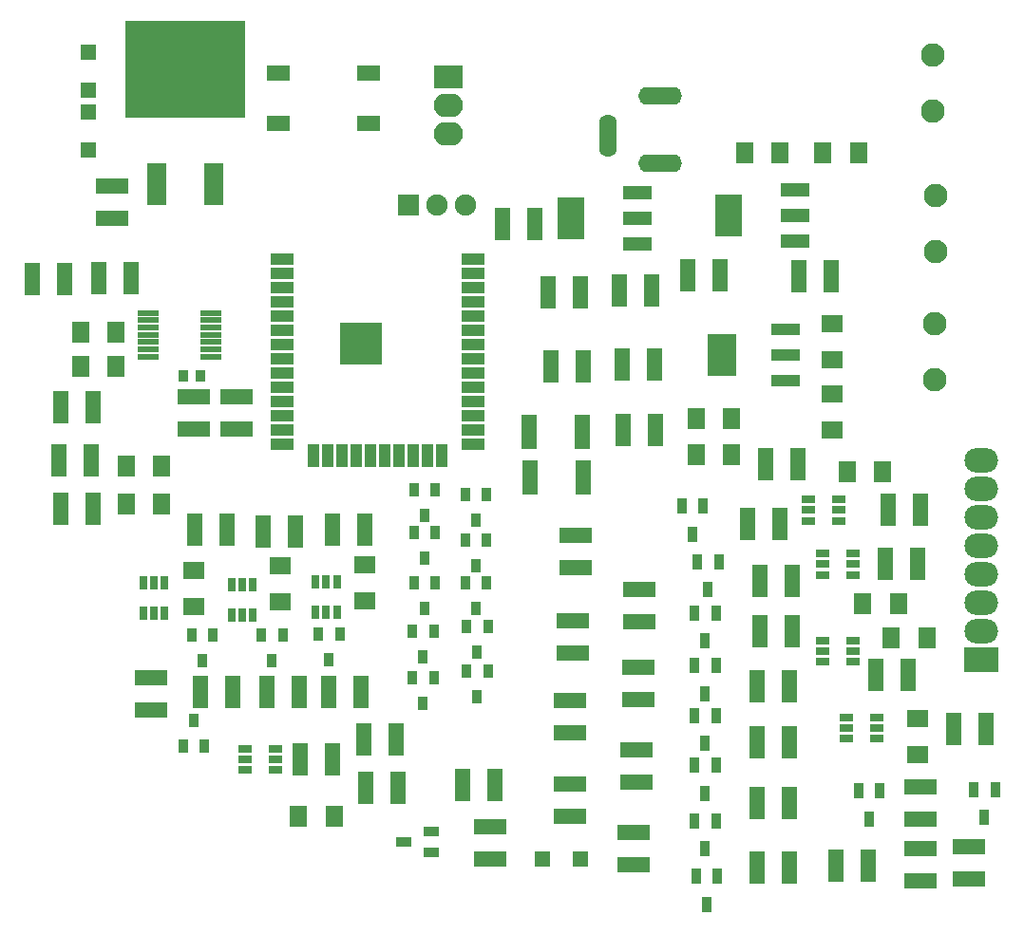
<source format=gts>
G04 Layer: TopSolderMaskLayer*
G04 EasyEDA v6.5.50, 2025-05-11 21:30:58*
G04 57ce2a779753491496e961f97abc4982,bfcb7ea688f34dc99dffbe5811d057cf,10*
G04 Gerber Generator version 0.2*
G04 Scale: 100 percent, Rotated: No, Reflected: No *
G04 Dimensions in millimeters *
G04 leading zeros omitted , absolute positions ,4 integer and 5 decimal *
%FSLAX45Y45*%
%MOMM*%

%AMMACRO1*4,1,8,-0.7635,-0.9148,-0.7933,-0.885,-0.7933,0.8851,-0.7635,0.9148,0.7635,0.9148,0.7933,0.8851,0.7933,-0.885,0.7635,-0.9148,-0.7635,-0.9148,0*%
%AMMACRO2*4,1,8,-0.8851,-0.7933,-0.9148,-0.7635,-0.9148,0.7635,-0.8851,0.7933,0.885,0.7933,0.9148,0.7635,0.9148,-0.7635,0.885,-0.7933,-0.8851,-0.7933,0*%
%AMMACRO3*4,1,8,-0.6457,-1.55,-0.675,-1.5207,-0.675,1.5207,-0.6457,1.55,0.6457,1.55,0.675,1.5207,0.675,-1.5207,0.6457,-1.55,-0.6457,-1.55,0*%
%AMMACRO4*4,1,8,-0.6711,-0.7008,-0.7008,-0.671,-0.7008,0.6711,-0.6711,0.7008,0.671,0.7008,0.7008,0.6711,0.7008,-0.671,0.671,-0.7008,-0.6711,-0.7008,0*%
%AMMACRO5*4,1,8,-0.9211,-0.9508,-0.9508,-0.921,-0.9508,0.9211,-0.9211,0.9508,0.921,0.9508,0.9508,0.9211,0.9508,-0.921,0.921,-0.9508,-0.9211,-0.9508,0*%
%AMMACRO6*4,1,8,-5.2871,-4.2916,-5.3466,-4.2321,-5.3466,4.2321,-5.2871,4.2916,5.2871,4.2916,5.3466,4.2321,5.3466,-4.2321,5.2871,-4.2916,-5.2871,-4.2916,0*%
%AMMACRO7*4,1,8,-0.7921,-1.8536,-0.8516,-1.7941,-0.8516,1.7941,-0.7921,1.8536,0.7921,1.8536,0.8516,1.7941,0.8516,-1.7941,0.7921,-1.8536,-0.7921,-1.8536,0*%
%AMMACRO8*4,1,8,-1.2707,-1.0516,-1.3005,-1.0218,-1.3005,1.0218,-1.2707,1.0516,1.2707,1.0516,1.3005,1.0218,1.3005,-1.0218,1.2707,-1.0516,-1.2707,-1.0516,0*%
%AMMACRO9*4,1,8,-0.3711,-0.6759,-0.4008,-0.6461,-0.4008,0.6462,-0.3711,0.6759,0.371,0.6759,0.4008,0.6462,0.4008,-0.6461,0.371,-0.6759,-0.3711,-0.6759,0*%
%AMMACRO10*4,1,8,-0.3711,-0.6758,-0.4008,-0.646,-0.4008,0.646,-0.3711,0.6758,0.371,0.6758,0.4008,0.646,0.4008,-0.646,0.371,-0.6758,-0.3711,-0.6758,0*%
%AMMACRO11*4,1,8,-0.646,-0.4008,-0.6758,-0.371,-0.6758,0.3711,-0.646,0.4008,0.646,0.4008,0.6758,0.3711,0.6758,-0.371,0.646,-0.4008,-0.646,-0.4008,0*%
%AMMACRO12*4,1,8,-0.6462,-0.4008,-0.6759,-0.371,-0.6759,0.3711,-0.6462,0.4008,0.6461,0.4008,0.6759,0.3711,0.6759,-0.371,0.6461,-0.4008,-0.6462,-0.4008,0*%
%AMMACRO13*4,1,8,-0.4211,-0.5508,-0.4508,-0.521,-0.4508,0.5211,-0.4211,0.5508,0.421,0.5508,0.4508,0.5211,0.4508,-0.521,0.421,-0.5508,-0.4211,-0.5508,0*%
%AMMACRO14*4,1,8,-0.6623,-1.4548,-0.6921,-1.425,-0.6921,1.4251,-0.6623,1.4548,0.6623,1.4548,0.6921,1.4251,0.6921,-1.425,0.6623,-1.4548,-0.6623,-1.4548,0*%
%AMMACRO15*4,1,8,-1.4251,-0.6921,-1.4548,-0.6623,-1.4548,0.6623,-1.4251,0.6921,1.425,0.6921,1.4548,0.6623,1.4548,-0.6623,1.425,-0.6921,-1.4251,-0.6921,0*%
%AMMACRO16*4,1,8,-1.0211,-0.6508,-1.0508,-0.621,-1.0508,0.6211,-1.0211,0.6508,1.021,0.6508,1.0508,0.6211,1.0508,-0.621,1.021,-0.6508,-1.0211,-0.6508,0*%
%AMMACRO17*4,1,8,-1.0211,-0.5008,-1.0508,-0.471,-1.0508,0.4711,-1.0211,0.5008,1.021,0.5008,1.0508,0.4711,1.0508,-0.471,1.021,-0.5008,-1.0211,-0.5008,0*%
%AMMACRO18*4,1,8,-0.4711,-1.0508,-0.5008,-1.021,-0.5008,1.0211,-0.4711,1.0508,0.471,1.0508,0.5008,1.0211,0.5008,-1.021,0.471,-1.0508,-0.4711,-1.0508,0*%
%AMMACRO19*4,1,8,-1.8711,-1.9008,-1.9008,-1.871,-1.9008,1.8711,-1.8711,1.9008,1.871,1.9008,1.9008,1.8711,1.9008,-1.871,1.871,-1.9008,-1.8711,-1.9008,0*%
%AMMACRO20*4,1,8,-1.2561,-0.5408,-1.2858,-0.511,-1.2858,0.5111,-1.2561,0.5408,1.256,0.5408,1.2858,0.5111,1.2858,-0.511,1.256,-0.5408,-1.2561,-0.5408,0*%
%AMMACRO21*4,1,8,-1.2561,-0.5408,-1.2858,-0.511,-1.2858,0.511,-1.2561,0.5408,1.256,0.5408,1.2858,0.511,1.2858,-0.511,1.256,-0.5408,-1.2561,-0.5408,0*%
%AMMACRO22*4,1,8,-1.2561,-1.8508,-1.2858,-1.821,-1.2858,1.8211,-1.2561,1.8508,1.256,1.8508,1.2858,1.8211,1.2858,-1.821,1.256,-1.8508,-1.2561,-1.8508,0*%
%AMMACRO23*4,1,8,-1.1911,-1.8508,-1.2208,-1.821,-1.2208,1.8211,-1.1911,1.8508,1.191,1.8508,1.2208,1.8211,1.2208,-1.821,1.191,-1.8508,-1.1911,-1.8508,0*%
%AMMACRO24*4,1,8,-1.2711,-0.6008,-1.3008,-0.571,-1.3008,0.5711,-1.2711,0.6008,1.271,0.6008,1.3008,0.5711,1.3008,-0.571,1.271,-0.6008,-1.2711,-0.6008,0*%
%AMMACRO25*4,1,8,-0.5711,-0.351,-0.601,-0.3211,-0.601,0.3211,-0.5711,0.351,0.5711,0.351,0.601,0.3211,0.601,-0.3211,0.5711,-0.351,-0.5711,-0.351,0*%
%AMMACRO26*4,1,8,-0.3211,-0.601,-0.351,-0.5711,-0.351,0.5711,-0.3211,0.601,0.3211,0.601,0.351,0.5711,0.351,-0.5711,0.3211,-0.601,-0.3211,-0.601,0*%
%AMMACRO27*4,1,8,-0.8711,-0.2508,-0.9008,-0.221,-0.9008,0.2211,-0.8711,0.2508,0.871,0.2508,0.9008,0.2211,0.9008,-0.221,0.871,-0.2508,-0.8711,-0.2508,0*%
%AMMACRO28*4,1,8,-0.4243,-0.4828,-0.454,-0.453,-0.454,0.4531,-0.4243,0.4828,0.4243,0.4828,0.454,0.4531,0.454,-0.453,0.4243,-0.4828,-0.4243,-0.4828,0*%
%AMMACRO29*4,1,8,-1.4421,-1.1016,-1.5016,-1.0421,-1.5016,1.0421,-1.4421,1.1016,1.4421,1.1016,1.5016,1.0421,1.5016,-1.0421,1.4421,-1.1016,-1.4421,-1.1016,0*%
%ADD10MACRO1*%
%ADD11MACRO2*%
%ADD12MACRO3*%
%ADD13MACRO4*%
%ADD14C,2.1016*%
%ADD15O,1.9015964X1.9015964*%
%ADD16MACRO5*%
%ADD17MACRO6*%
%ADD18MACRO7*%
%ADD19MACRO8*%
%ADD20O,2.601595X2.101596*%
%ADD21MACRO9*%
%ADD22MACRO10*%
%ADD23MACRO11*%
%ADD24MACRO12*%
%ADD25MACRO13*%
%ADD26MACRO14*%
%ADD27MACRO15*%
%ADD28MACRO16*%
%ADD29O,1.6015970000000002X3.8015926*%
%ADD30O,3.9015924X1.6015970000000002*%
%ADD31MACRO17*%
%ADD32MACRO18*%
%ADD33MACRO19*%
%ADD34MACRO20*%
%ADD35MACRO21*%
%ADD36MACRO22*%
%ADD37MACRO23*%
%ADD38MACRO24*%
%ADD39MACRO25*%
%ADD40MACRO26*%
%ADD41MACRO27*%
%ADD42MACRO28*%
%ADD43MACRO29*%
%ADD44O,3.0031944X2.2031959999999997*%
%ADD45O,0.0196X2.2031959999999997*%

%LPD*%
D10*
G01*
X7131550Y4521200D03*
G01*
X6813049Y4521200D03*
G01*
X7131550Y4838700D03*
G01*
X6813049Y4838700D03*
D11*
G01*
X8026400Y4742949D03*
G01*
X8026400Y5061450D03*
G01*
X8026400Y5365249D03*
G01*
X8026400Y5683750D03*
D10*
G01*
X8261850Y7213600D03*
G01*
X7943349Y7213600D03*
G01*
X7244849Y7213600D03*
G01*
X7563350Y7213600D03*
G01*
X8159249Y4368800D03*
G01*
X8477750Y4368800D03*
G01*
X8617450Y3187700D03*
G01*
X8298949Y3187700D03*
G01*
X8871450Y2882900D03*
G01*
X8552949Y2882900D03*
D11*
G01*
X8788400Y2165850D03*
G01*
X8788400Y1847349D03*
D10*
G01*
X3588250Y1295400D03*
G01*
X3269749Y1295400D03*
D11*
G01*
X2336800Y3486650D03*
G01*
X2336800Y3168149D03*
G01*
X3111500Y3206249D03*
G01*
X3111500Y3524750D03*
G01*
X3860800Y3218949D03*
G01*
X3860800Y3537450D03*
D10*
G01*
X2051550Y4419600D03*
G01*
X1733049Y4419600D03*
G01*
X1645150Y5613400D03*
G01*
X1326649Y5613400D03*
G01*
X1645150Y5308600D03*
G01*
X1326649Y5308600D03*
G01*
X2051550Y4076700D03*
G01*
X1733049Y4076700D03*
D12*
G01*
X5800170Y4724394D03*
G01*
X5325017Y4724394D03*
G01*
X5337729Y4318005D03*
G01*
X5812882Y4318005D03*
D13*
G01*
X1397000Y7234100D03*
G01*
X1397000Y7574099D03*
G01*
X5783399Y914400D03*
G01*
X5443400Y914400D03*
G01*
X1397000Y8107499D03*
G01*
X1397000Y7767500D03*
D14*
G01*
X8940800Y5185155D03*
G01*
X8940800Y5686044D03*
G01*
X8953500Y6328155D03*
G01*
X8953500Y6829044D03*
G01*
X8928100Y7585455D03*
G01*
X8928100Y8086344D03*
D15*
G01*
X4762500Y6743700D03*
G01*
X4508500Y6743700D03*
D16*
G01*
X4254500Y6743700D03*
D17*
G01*
X2260625Y7952854D03*
D18*
G01*
X2514600Y6931554D03*
G01*
X2006599Y6931554D03*
D19*
G01*
X4610100Y7886700D03*
D20*
G01*
X4610100Y7378700D03*
G01*
X4610100Y7632700D03*
D21*
G01*
X6991096Y1750568D03*
G01*
X6801103Y1750568D03*
D22*
G01*
X6896100Y1500632D03*
D21*
G01*
X6991096Y2639568D03*
G01*
X6801103Y2639568D03*
D22*
G01*
X6896100Y2389632D03*
D21*
G01*
X7016496Y3566668D03*
G01*
X6826503Y3566668D03*
D22*
G01*
X6921500Y3316732D03*
D21*
G01*
X7003796Y759968D03*
G01*
X6813803Y759968D03*
D22*
G01*
X6908800Y510032D03*
D21*
G01*
X6876796Y4061968D03*
G01*
X6686803Y4061968D03*
D22*
G01*
X6781800Y3812032D03*
D21*
G01*
X6991096Y3109468D03*
G01*
X6801103Y3109468D03*
D22*
G01*
X6896100Y2859532D03*
D21*
G01*
X6991096Y2195068D03*
G01*
X6801103Y2195068D03*
D22*
G01*
X6896100Y1945132D03*
D21*
G01*
X6991096Y1255268D03*
G01*
X6801103Y1255268D03*
D22*
G01*
X6896100Y1005332D03*
G01*
X8356600Y1272032D03*
D21*
G01*
X8261603Y1521968D03*
G01*
X8451596Y1521968D03*
D22*
G01*
X9385300Y1284732D03*
D21*
G01*
X9290303Y1534668D03*
G01*
X9480296Y1534668D03*
D23*
G01*
X4205731Y1066800D03*
D24*
G01*
X4455668Y1161796D03*
G01*
X4455668Y971803D03*
D25*
G01*
X2431801Y1916998D03*
G01*
X2336805Y2147001D03*
G01*
X2241798Y1917001D03*
G01*
X2317998Y2909001D03*
G01*
X2412994Y2678998D03*
G01*
X2508001Y2908998D03*
G01*
X2940298Y2909001D03*
G01*
X3035294Y2678998D03*
G01*
X3130301Y2908998D03*
G01*
X3448298Y2921701D03*
G01*
X3543294Y2691698D03*
G01*
X3638301Y2921698D03*
G01*
X4299198Y4204401D03*
G01*
X4394194Y3974398D03*
G01*
X4489201Y4204398D03*
G01*
X4299198Y3823401D03*
G01*
X4394194Y3593398D03*
G01*
X4489201Y3823398D03*
G01*
X4299198Y3378901D03*
G01*
X4394194Y3148898D03*
G01*
X4489201Y3378898D03*
G01*
X4286498Y2947101D03*
G01*
X4381494Y2717098D03*
G01*
X4476501Y2947098D03*
G01*
X4286498Y2528001D03*
G01*
X4381494Y2297998D03*
G01*
X4476501Y2527998D03*
G01*
X4756398Y4166301D03*
G01*
X4851394Y3936298D03*
G01*
X4946401Y4166298D03*
G01*
X4756398Y3759901D03*
G01*
X4851394Y3529898D03*
G01*
X4946401Y3759898D03*
G01*
X4756398Y3378901D03*
G01*
X4851394Y3148898D03*
G01*
X4946401Y3378898D03*
G01*
X4769098Y2985201D03*
G01*
X4864094Y2755198D03*
G01*
X4959101Y2985198D03*
G01*
X4769098Y2591501D03*
G01*
X4864094Y2361498D03*
G01*
X4959101Y2591498D03*
D26*
G01*
X6456025Y4737100D03*
G01*
X6167774Y4737100D03*
G01*
X5782925Y5969000D03*
G01*
X5494674Y5969000D03*
G01*
X6443325Y5321300D03*
G01*
X6155074Y5321300D03*
G01*
X5376525Y6578600D03*
G01*
X5088274Y6578600D03*
G01*
X5808325Y5308600D03*
G01*
X5520074Y5308600D03*
G01*
X6417925Y5981700D03*
G01*
X6129674Y5981700D03*
G01*
X7729874Y6108700D03*
G01*
X8018125Y6108700D03*
G01*
X6739274Y6121400D03*
G01*
X7027525Y6121400D03*
G01*
X8818225Y4025900D03*
G01*
X8529974Y4025900D03*
G01*
X8792825Y3543300D03*
G01*
X8504574Y3543300D03*
G01*
X8703925Y2552700D03*
G01*
X8415674Y2552700D03*
G01*
X9402425Y2070100D03*
G01*
X9114174Y2070100D03*
G01*
X7560925Y3898900D03*
G01*
X7272674Y3898900D03*
G01*
X7675225Y2946400D03*
G01*
X7386974Y2946400D03*
G01*
X7649825Y1955800D03*
G01*
X7361574Y1955800D03*
G01*
X7649825Y838200D03*
G01*
X7361574Y838200D03*
G01*
X7649825Y1409700D03*
G01*
X7361574Y1409700D03*
G01*
X7649825Y2451100D03*
G01*
X7361574Y2451100D03*
G01*
X7675225Y3390900D03*
G01*
X7386974Y3390900D03*
G01*
X7726025Y4432300D03*
G01*
X7437774Y4432300D03*
D27*
G01*
X5740400Y3801725D03*
G01*
X5740400Y3513474D03*
G01*
X6311900Y3319125D03*
G01*
X6311900Y3030874D03*
G01*
X5715000Y3039725D03*
G01*
X5715000Y2751474D03*
G01*
X6299200Y2620625D03*
G01*
X6299200Y2332374D03*
G01*
X5689600Y2328525D03*
G01*
X5689600Y2040274D03*
G01*
X6286500Y1884025D03*
G01*
X6286500Y1595774D03*
G01*
X5689600Y1579225D03*
G01*
X5689600Y1290974D03*
G01*
X6261100Y1147425D03*
G01*
X6261100Y859174D03*
D26*
G01*
X8348325Y850900D03*
G01*
X8060074Y850900D03*
D27*
G01*
X8813800Y1553825D03*
G01*
X8813800Y1265574D03*
G01*
X9245600Y732174D03*
G01*
X9245600Y1020425D03*
G01*
X8813800Y1007725D03*
G01*
X8813800Y719474D03*
D26*
G01*
X3865225Y3848100D03*
G01*
X3576974Y3848100D03*
G01*
X3242925Y3835400D03*
G01*
X2954674Y3835400D03*
G01*
X2633325Y3848100D03*
G01*
X2345074Y3848100D03*
G01*
X3573125Y1803400D03*
G01*
X3284874Y1803400D03*
G01*
X3827125Y2400300D03*
G01*
X3538874Y2400300D03*
G01*
X3281025Y2400300D03*
G01*
X2992774Y2400300D03*
G01*
X2684125Y2400300D03*
G01*
X2395874Y2400300D03*
D27*
G01*
X1955800Y2531725D03*
G01*
X1955800Y2243474D03*
G01*
X4978400Y1198225D03*
G01*
X4978400Y909974D03*
D26*
G01*
X5020925Y1574800D03*
G01*
X4732674Y1574800D03*
G01*
X4157325Y1549400D03*
G01*
X3869074Y1549400D03*
G01*
X4144625Y1981200D03*
G01*
X3856374Y1981200D03*
D27*
G01*
X2717800Y4745374D03*
G01*
X2717800Y5033625D03*
G01*
X2336800Y5033625D03*
G01*
X2336800Y4745374D03*
D26*
G01*
X1782425Y6096000D03*
G01*
X1494174Y6096000D03*
G01*
X1185525Y6083300D03*
G01*
X897274Y6083300D03*
G01*
X1426825Y4470400D03*
G01*
X1138574Y4470400D03*
G01*
X1439525Y4940300D03*
G01*
X1151274Y4940300D03*
G01*
X1439525Y4038600D03*
G01*
X1151274Y4038600D03*
D27*
G01*
X1612900Y6913225D03*
G01*
X1612900Y6624974D03*
D28*
G01*
X3892499Y7921193D03*
G01*
X3892499Y7471206D03*
G01*
X3092500Y7471206D03*
G01*
X3092500Y7921193D03*
D29*
G01*
X6028563Y7366762D03*
D30*
G01*
X6493636Y7716773D03*
G01*
X6493636Y7116826D03*
D31*
G01*
X4825100Y6260310D03*
G01*
X4825100Y6133310D03*
G01*
X4825100Y6006310D03*
G01*
X4825100Y5879310D03*
G01*
X4825100Y5752310D03*
G01*
X4825100Y5625310D03*
G01*
X4825100Y5498310D03*
G01*
X4825100Y5371310D03*
G01*
X4825100Y5244310D03*
G01*
X4825100Y5117310D03*
G01*
X4825100Y4990310D03*
G01*
X4825100Y4863310D03*
G01*
X4825100Y4736310D03*
G01*
X4825100Y4609310D03*
D32*
G01*
X4546600Y4509300D03*
G01*
X4419600Y4509300D03*
G01*
X4292600Y4509300D03*
G01*
X4165600Y4509300D03*
G01*
X4038600Y4509300D03*
G01*
X3911600Y4509300D03*
G01*
X3784600Y4509300D03*
G01*
X3657600Y4509300D03*
G01*
X3530600Y4509300D03*
G01*
X3403600Y4509300D03*
D31*
G01*
X3125099Y4609310D03*
G01*
X3125099Y4736310D03*
G01*
X3125099Y4863310D03*
G01*
X3125099Y4990310D03*
G01*
X3125099Y5117310D03*
G01*
X3125099Y5244310D03*
G01*
X3125099Y5371310D03*
G01*
X3125099Y5498310D03*
G01*
X3125099Y5625310D03*
G01*
X3125099Y5752310D03*
G01*
X3125099Y5879310D03*
G01*
X3125099Y6006310D03*
G01*
X3125099Y6133310D03*
G01*
X3125099Y6260310D03*
D33*
G01*
X3825114Y5510312D03*
D34*
G01*
X7611399Y5180199D03*
D35*
G01*
X7611399Y5410200D03*
D34*
G01*
X7611399Y5640200D03*
D36*
G01*
X7044400Y5410200D03*
D37*
G01*
X7107105Y6654800D03*
D38*
G01*
X7701100Y6884797D03*
G01*
X7701100Y6654800D03*
G01*
X7701100Y6424802D03*
D37*
G01*
X5697405Y6629400D03*
D38*
G01*
X6291400Y6859397D03*
G01*
X6291400Y6629400D03*
G01*
X6291400Y6399402D03*
D39*
G01*
X8158092Y1987803D03*
G01*
X8158092Y2082800D03*
G01*
X8158092Y2177796D03*
G01*
X8428103Y2177796D03*
G01*
X8428103Y2082800D03*
G01*
X8428103Y1987803D03*
G01*
X7942192Y2673603D03*
G01*
X7942192Y2768600D03*
G01*
X7942192Y2863596D03*
G01*
X8212203Y2863596D03*
G01*
X8212203Y2768600D03*
G01*
X8212203Y2673603D03*
G01*
X7942192Y3448304D03*
G01*
X7942192Y3543300D03*
G01*
X7942192Y3638296D03*
G01*
X8212203Y3638296D03*
G01*
X8212203Y3543300D03*
G01*
X8212203Y3448304D03*
G01*
X7815192Y3930904D03*
G01*
X7815192Y4025900D03*
G01*
X7815192Y4120896D03*
G01*
X8085203Y4120896D03*
G01*
X8085203Y4025900D03*
G01*
X8085203Y3930904D03*
D40*
G01*
X3422903Y3386207D03*
G01*
X3517900Y3386207D03*
G01*
X3612896Y3386207D03*
G01*
X3612896Y3116196D03*
G01*
X3517900Y3116196D03*
G01*
X3422903Y3116196D03*
G01*
X2673603Y3360807D03*
G01*
X2768600Y3360807D03*
G01*
X2863596Y3360807D03*
G01*
X2863596Y3090796D03*
G01*
X2768600Y3090796D03*
G01*
X2673603Y3090796D03*
G01*
X1886203Y3373507D03*
G01*
X1981200Y3373507D03*
G01*
X2076196Y3373507D03*
G01*
X2076196Y3103496D03*
G01*
X1981200Y3103496D03*
G01*
X1886203Y3103496D03*
D39*
G01*
X3068707Y1898396D03*
G01*
X3068707Y1803400D03*
G01*
X3068707Y1708403D03*
G01*
X2798696Y1708403D03*
G01*
X2798696Y1803400D03*
G01*
X2798696Y1898396D03*
D41*
G01*
X1929790Y5782995D03*
G01*
X1929790Y5717997D03*
G01*
X1929790Y5652998D03*
G01*
X1929790Y5588000D03*
G01*
X1929790Y5523001D03*
G01*
X1929790Y5458002D03*
G01*
X1929790Y5393004D03*
G01*
X2489809Y5393004D03*
G01*
X2489809Y5458002D03*
G01*
X2489809Y5523001D03*
G01*
X2489809Y5588000D03*
G01*
X2489809Y5652998D03*
G01*
X2489809Y5717997D03*
G01*
X2489809Y5782995D03*
D42*
G01*
X2248775Y5219700D03*
G01*
X2399424Y5219700D03*
D43*
G01*
X9359900Y2692400D03*
D44*
G01*
X9359900Y2946400D03*
G01*
X9359900Y3200400D03*
G01*
X9359900Y3454400D03*
G01*
X9359900Y3708400D03*
G01*
X9359900Y3962400D03*
G01*
X9359900Y4216400D03*
G01*
X9359900Y4470400D03*
M02*

</source>
